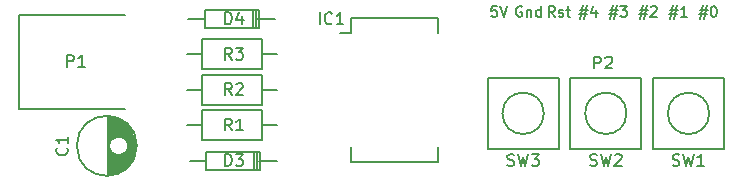
<source format=gbr>
G04 #@! TF.FileFunction,Legend,Top*
%FSLAX46Y46*%
G04 Gerber Fmt 4.6, Leading zero omitted, Abs format (unit mm)*
G04 Created by KiCad (PCBNEW 4.0.0-rc1-stable) date 3/16/2016 3:52:32 PM*
%MOMM*%
G01*
G04 APERTURE LIST*
%ADD10C,0.100000*%
%ADD11C,0.180000*%
%ADD12C,0.150000*%
G04 APERTURE END LIST*
D10*
D11*
X155248858Y-82484143D02*
X155891715Y-82484143D01*
X155506000Y-82098429D02*
X155248858Y-83255571D01*
X155806000Y-82869857D02*
X155163143Y-82869857D01*
X155548858Y-83255571D02*
X155806000Y-82098429D01*
X156363143Y-82184143D02*
X156448858Y-82184143D01*
X156534572Y-82227000D01*
X156577429Y-82269857D01*
X156620286Y-82355571D01*
X156663143Y-82527000D01*
X156663143Y-82741286D01*
X156620286Y-82912714D01*
X156577429Y-82998429D01*
X156534572Y-83041286D01*
X156448858Y-83084143D01*
X156363143Y-83084143D01*
X156277429Y-83041286D01*
X156234572Y-82998429D01*
X156191715Y-82912714D01*
X156148858Y-82741286D01*
X156148858Y-82527000D01*
X156191715Y-82355571D01*
X156234572Y-82269857D01*
X156277429Y-82227000D01*
X156363143Y-82184143D01*
X152708858Y-82484143D02*
X153351715Y-82484143D01*
X152966000Y-82098429D02*
X152708858Y-83255571D01*
X153266000Y-82869857D02*
X152623143Y-82869857D01*
X153008858Y-83255571D02*
X153266000Y-82098429D01*
X154123143Y-83084143D02*
X153608858Y-83084143D01*
X153866000Y-83084143D02*
X153866000Y-82184143D01*
X153780286Y-82312714D01*
X153694572Y-82398429D01*
X153608858Y-82441286D01*
X150168858Y-82484143D02*
X150811715Y-82484143D01*
X150426000Y-82098429D02*
X150168858Y-83255571D01*
X150726000Y-82869857D02*
X150083143Y-82869857D01*
X150468858Y-83255571D02*
X150726000Y-82098429D01*
X151068858Y-82269857D02*
X151111715Y-82227000D01*
X151197429Y-82184143D01*
X151411715Y-82184143D01*
X151497429Y-82227000D01*
X151540286Y-82269857D01*
X151583143Y-82355571D01*
X151583143Y-82441286D01*
X151540286Y-82569857D01*
X151026000Y-83084143D01*
X151583143Y-83084143D01*
X147628858Y-82484143D02*
X148271715Y-82484143D01*
X147886000Y-82098429D02*
X147628858Y-83255571D01*
X148186000Y-82869857D02*
X147543143Y-82869857D01*
X147928858Y-83255571D02*
X148186000Y-82098429D01*
X148486000Y-82184143D02*
X149043143Y-82184143D01*
X148743143Y-82527000D01*
X148871715Y-82527000D01*
X148957429Y-82569857D01*
X149000286Y-82612714D01*
X149043143Y-82698429D01*
X149043143Y-82912714D01*
X149000286Y-82998429D01*
X148957429Y-83041286D01*
X148871715Y-83084143D01*
X148614572Y-83084143D01*
X148528858Y-83041286D01*
X148486000Y-82998429D01*
X145088858Y-82484143D02*
X145731715Y-82484143D01*
X145346000Y-82098429D02*
X145088858Y-83255571D01*
X145646000Y-82869857D02*
X145003143Y-82869857D01*
X145388858Y-83255571D02*
X145646000Y-82098429D01*
X146417429Y-82484143D02*
X146417429Y-83084143D01*
X146203143Y-82141286D02*
X145988858Y-82784143D01*
X146546000Y-82784143D01*
X142913143Y-83084143D02*
X142613143Y-82655571D01*
X142398858Y-83084143D02*
X142398858Y-82184143D01*
X142741715Y-82184143D01*
X142827429Y-82227000D01*
X142870286Y-82269857D01*
X142913143Y-82355571D01*
X142913143Y-82484143D01*
X142870286Y-82569857D01*
X142827429Y-82612714D01*
X142741715Y-82655571D01*
X142398858Y-82655571D01*
X143256001Y-83041286D02*
X143341715Y-83084143D01*
X143513143Y-83084143D01*
X143598858Y-83041286D01*
X143641715Y-82955571D01*
X143641715Y-82912714D01*
X143598858Y-82827000D01*
X143513143Y-82784143D01*
X143384572Y-82784143D01*
X143298858Y-82741286D01*
X143256001Y-82655571D01*
X143256001Y-82612714D01*
X143298858Y-82527000D01*
X143384572Y-82484143D01*
X143513143Y-82484143D01*
X143598858Y-82527000D01*
X143898857Y-82484143D02*
X144241714Y-82484143D01*
X144027429Y-82184143D02*
X144027429Y-82955571D01*
X144070286Y-83041286D01*
X144156000Y-83084143D01*
X144241714Y-83084143D01*
X140137428Y-82227000D02*
X140051714Y-82184143D01*
X139923143Y-82184143D01*
X139794571Y-82227000D01*
X139708857Y-82312714D01*
X139666000Y-82398429D01*
X139623143Y-82569857D01*
X139623143Y-82698429D01*
X139666000Y-82869857D01*
X139708857Y-82955571D01*
X139794571Y-83041286D01*
X139923143Y-83084143D01*
X140008857Y-83084143D01*
X140137428Y-83041286D01*
X140180285Y-82998429D01*
X140180285Y-82698429D01*
X140008857Y-82698429D01*
X140566000Y-82484143D02*
X140566000Y-83084143D01*
X140566000Y-82569857D02*
X140608857Y-82527000D01*
X140694571Y-82484143D01*
X140823143Y-82484143D01*
X140908857Y-82527000D01*
X140951714Y-82612714D01*
X140951714Y-83084143D01*
X141766000Y-83084143D02*
X141766000Y-82184143D01*
X141766000Y-83041286D02*
X141680286Y-83084143D01*
X141508857Y-83084143D01*
X141423143Y-83041286D01*
X141380286Y-82998429D01*
X141337429Y-82912714D01*
X141337429Y-82655571D01*
X141380286Y-82569857D01*
X141423143Y-82527000D01*
X141508857Y-82484143D01*
X141680286Y-82484143D01*
X141766000Y-82527000D01*
X138004571Y-82184143D02*
X137576000Y-82184143D01*
X137533143Y-82612714D01*
X137576000Y-82569857D01*
X137661714Y-82527000D01*
X137876000Y-82527000D01*
X137961714Y-82569857D01*
X138004571Y-82612714D01*
X138047428Y-82698429D01*
X138047428Y-82912714D01*
X138004571Y-82998429D01*
X137961714Y-83041286D01*
X137876000Y-83084143D01*
X137661714Y-83084143D01*
X137576000Y-83041286D01*
X137533143Y-82998429D01*
X138304571Y-82184143D02*
X138604571Y-83084143D01*
X138904571Y-82184143D01*
D12*
X125685000Y-83145000D02*
X125685000Y-84415000D01*
X133035000Y-83145000D02*
X133035000Y-84415000D01*
X133035000Y-95355000D02*
X133035000Y-94085000D01*
X125685000Y-95355000D02*
X125685000Y-94085000D01*
X125685000Y-83145000D02*
X133035000Y-83145000D01*
X125685000Y-95355000D02*
X133035000Y-95355000D01*
X125685000Y-84415000D02*
X124750000Y-84415000D01*
X105075000Y-91501000D02*
X105075000Y-96499000D01*
X105215000Y-91509000D02*
X105215000Y-93846000D01*
X105215000Y-94154000D02*
X105215000Y-96491000D01*
X105355000Y-91525000D02*
X105355000Y-93527000D01*
X105355000Y-94473000D02*
X105355000Y-96475000D01*
X105495000Y-91549000D02*
X105495000Y-93380000D01*
X105495000Y-94620000D02*
X105495000Y-96451000D01*
X105635000Y-91582000D02*
X105635000Y-93288000D01*
X105635000Y-94712000D02*
X105635000Y-96418000D01*
X105775000Y-91623000D02*
X105775000Y-93232000D01*
X105775000Y-94768000D02*
X105775000Y-96377000D01*
X105915000Y-91673000D02*
X105915000Y-93205000D01*
X105915000Y-94795000D02*
X105915000Y-96327000D01*
X106055000Y-91734000D02*
X106055000Y-93202000D01*
X106055000Y-94798000D02*
X106055000Y-96266000D01*
X106195000Y-91804000D02*
X106195000Y-93224000D01*
X106195000Y-94776000D02*
X106195000Y-96196000D01*
X106335000Y-91886000D02*
X106335000Y-93274000D01*
X106335000Y-94726000D02*
X106335000Y-96114000D01*
X106475000Y-91981000D02*
X106475000Y-93356000D01*
X106475000Y-94644000D02*
X106475000Y-96019000D01*
X106615000Y-92092000D02*
X106615000Y-93488000D01*
X106615000Y-94512000D02*
X106615000Y-95908000D01*
X106755000Y-92220000D02*
X106755000Y-93735000D01*
X106755000Y-94265000D02*
X106755000Y-95780000D01*
X106895000Y-92369000D02*
X106895000Y-95631000D01*
X107035000Y-92548000D02*
X107035000Y-95452000D01*
X107175000Y-92767000D02*
X107175000Y-95233000D01*
X107315000Y-93056000D02*
X107315000Y-94944000D01*
X107455000Y-93528000D02*
X107455000Y-94472000D01*
X106800000Y-94000000D02*
G75*
G03X106800000Y-94000000I-800000J0D01*
G01*
X107537500Y-94000000D02*
G75*
G03X107537500Y-94000000I-2537500J0D01*
G01*
X113414000Y-95250000D02*
X112017000Y-95250000D01*
X117859000Y-95250000D02*
X119383000Y-95250000D01*
X117478000Y-96012000D02*
X117478000Y-94488000D01*
X117732000Y-96012000D02*
X117732000Y-94488000D01*
X117986000Y-95250000D02*
X117986000Y-94488000D01*
X117986000Y-94488000D02*
X113414000Y-94488000D01*
X113414000Y-94488000D02*
X113414000Y-96012000D01*
X113414000Y-96012000D02*
X117986000Y-96012000D01*
X117986000Y-96012000D02*
X117986000Y-95250000D01*
X113294000Y-83250000D02*
X111897000Y-83250000D01*
X117739000Y-83250000D02*
X119263000Y-83250000D01*
X117358000Y-84012000D02*
X117358000Y-82488000D01*
X117612000Y-84012000D02*
X117612000Y-82488000D01*
X117866000Y-83250000D02*
X117866000Y-82488000D01*
X117866000Y-82488000D02*
X113294000Y-82488000D01*
X113294000Y-82488000D02*
X113294000Y-84012000D01*
X113294000Y-84012000D02*
X117866000Y-84012000D01*
X117866000Y-84012000D02*
X117866000Y-83250000D01*
X118120000Y-93520000D02*
X113040000Y-93520000D01*
X113040000Y-93520000D02*
X113040000Y-90980000D01*
X113040000Y-90980000D02*
X118120000Y-90980000D01*
X118120000Y-90980000D02*
X118120000Y-93520000D01*
X118120000Y-92250000D02*
X119390000Y-92250000D01*
X113040000Y-92250000D02*
X111770000Y-92250000D01*
X118120000Y-90520000D02*
X113040000Y-90520000D01*
X113040000Y-90520000D02*
X113040000Y-87980000D01*
X113040000Y-87980000D02*
X118120000Y-87980000D01*
X118120000Y-87980000D02*
X118120000Y-90520000D01*
X118120000Y-89250000D02*
X119390000Y-89250000D01*
X113040000Y-89250000D02*
X111770000Y-89250000D01*
X118120000Y-87520000D02*
X113040000Y-87520000D01*
X113040000Y-87520000D02*
X113040000Y-84980000D01*
X113040000Y-84980000D02*
X118120000Y-84980000D01*
X118120000Y-84980000D02*
X118120000Y-87520000D01*
X118120000Y-86250000D02*
X119390000Y-86250000D01*
X113040000Y-86250000D02*
X111770000Y-86250000D01*
X156000000Y-91250000D02*
G75*
G03X156000000Y-91250000I-1750000J0D01*
G01*
X151250000Y-94250000D02*
X157250000Y-94250000D01*
X157250000Y-88250000D02*
X157250000Y-94250000D01*
X151250000Y-88250000D02*
X157250000Y-88250000D01*
X151250000Y-94250000D02*
X151250000Y-88250000D01*
X149000000Y-91250000D02*
G75*
G03X149000000Y-91250000I-1750000J0D01*
G01*
X144250000Y-94250000D02*
X150250000Y-94250000D01*
X150250000Y-88250000D02*
X150250000Y-94250000D01*
X144250000Y-88250000D02*
X150250000Y-88250000D01*
X144250000Y-94250000D02*
X144250000Y-88250000D01*
X142000000Y-91250000D02*
G75*
G03X142000000Y-91250000I-1750000J0D01*
G01*
X137250000Y-94250000D02*
X143250000Y-94250000D01*
X143250000Y-88250000D02*
X143250000Y-94250000D01*
X137250000Y-88250000D02*
X143250000Y-88250000D01*
X137250000Y-94250000D02*
X137250000Y-88250000D01*
X97530000Y-90890000D02*
X106530000Y-90890000D01*
X97530000Y-82890000D02*
X97530000Y-90890000D01*
X106530000Y-82890000D02*
X97530000Y-82890000D01*
X123023810Y-83702381D02*
X123023810Y-82702381D01*
X124071429Y-83607143D02*
X124023810Y-83654762D01*
X123880953Y-83702381D01*
X123785715Y-83702381D01*
X123642857Y-83654762D01*
X123547619Y-83559524D01*
X123500000Y-83464286D01*
X123452381Y-83273810D01*
X123452381Y-83130952D01*
X123500000Y-82940476D01*
X123547619Y-82845238D01*
X123642857Y-82750000D01*
X123785715Y-82702381D01*
X123880953Y-82702381D01*
X124023810Y-82750000D01*
X124071429Y-82797619D01*
X125023810Y-83702381D02*
X124452381Y-83702381D01*
X124738095Y-83702381D02*
X124738095Y-82702381D01*
X124642857Y-82845238D01*
X124547619Y-82940476D01*
X124452381Y-82988095D01*
X146261905Y-87452381D02*
X146261905Y-86452381D01*
X146642858Y-86452381D01*
X146738096Y-86500000D01*
X146785715Y-86547619D01*
X146833334Y-86642857D01*
X146833334Y-86785714D01*
X146785715Y-86880952D01*
X146738096Y-86928571D01*
X146642858Y-86976190D01*
X146261905Y-86976190D01*
X147214286Y-86547619D02*
X147261905Y-86500000D01*
X147357143Y-86452381D01*
X147595239Y-86452381D01*
X147690477Y-86500000D01*
X147738096Y-86547619D01*
X147785715Y-86642857D01*
X147785715Y-86738095D01*
X147738096Y-86880952D01*
X147166667Y-87452381D01*
X147785715Y-87452381D01*
X101607143Y-94166666D02*
X101654762Y-94214285D01*
X101702381Y-94357142D01*
X101702381Y-94452380D01*
X101654762Y-94595238D01*
X101559524Y-94690476D01*
X101464286Y-94738095D01*
X101273810Y-94785714D01*
X101130952Y-94785714D01*
X100940476Y-94738095D01*
X100845238Y-94690476D01*
X100750000Y-94595238D01*
X100702381Y-94452380D01*
X100702381Y-94357142D01*
X100750000Y-94214285D01*
X100797619Y-94166666D01*
X101702381Y-93214285D02*
X101702381Y-93785714D01*
X101702381Y-93500000D02*
X100702381Y-93500000D01*
X100845238Y-93595238D01*
X100940476Y-93690476D01*
X100988095Y-93785714D01*
X115011905Y-95702381D02*
X115011905Y-94702381D01*
X115250000Y-94702381D01*
X115392858Y-94750000D01*
X115488096Y-94845238D01*
X115535715Y-94940476D01*
X115583334Y-95130952D01*
X115583334Y-95273810D01*
X115535715Y-95464286D01*
X115488096Y-95559524D01*
X115392858Y-95654762D01*
X115250000Y-95702381D01*
X115011905Y-95702381D01*
X115916667Y-94702381D02*
X116535715Y-94702381D01*
X116202381Y-95083333D01*
X116345239Y-95083333D01*
X116440477Y-95130952D01*
X116488096Y-95178571D01*
X116535715Y-95273810D01*
X116535715Y-95511905D01*
X116488096Y-95607143D01*
X116440477Y-95654762D01*
X116345239Y-95702381D01*
X116059524Y-95702381D01*
X115964286Y-95654762D01*
X115916667Y-95607143D01*
X115011905Y-83692381D02*
X115011905Y-82692381D01*
X115250000Y-82692381D01*
X115392858Y-82740000D01*
X115488096Y-82835238D01*
X115535715Y-82930476D01*
X115583334Y-83120952D01*
X115583334Y-83263810D01*
X115535715Y-83454286D01*
X115488096Y-83549524D01*
X115392858Y-83644762D01*
X115250000Y-83692381D01*
X115011905Y-83692381D01*
X116440477Y-83025714D02*
X116440477Y-83692381D01*
X116202381Y-82644762D02*
X115964286Y-83359048D01*
X116583334Y-83359048D01*
X115583334Y-92702381D02*
X115250000Y-92226190D01*
X115011905Y-92702381D02*
X115011905Y-91702381D01*
X115392858Y-91702381D01*
X115488096Y-91750000D01*
X115535715Y-91797619D01*
X115583334Y-91892857D01*
X115583334Y-92035714D01*
X115535715Y-92130952D01*
X115488096Y-92178571D01*
X115392858Y-92226190D01*
X115011905Y-92226190D01*
X116535715Y-92702381D02*
X115964286Y-92702381D01*
X116250000Y-92702381D02*
X116250000Y-91702381D01*
X116154762Y-91845238D01*
X116059524Y-91940476D01*
X115964286Y-91988095D01*
X115583334Y-89702381D02*
X115250000Y-89226190D01*
X115011905Y-89702381D02*
X115011905Y-88702381D01*
X115392858Y-88702381D01*
X115488096Y-88750000D01*
X115535715Y-88797619D01*
X115583334Y-88892857D01*
X115583334Y-89035714D01*
X115535715Y-89130952D01*
X115488096Y-89178571D01*
X115392858Y-89226190D01*
X115011905Y-89226190D01*
X115964286Y-88797619D02*
X116011905Y-88750000D01*
X116107143Y-88702381D01*
X116345239Y-88702381D01*
X116440477Y-88750000D01*
X116488096Y-88797619D01*
X116535715Y-88892857D01*
X116535715Y-88988095D01*
X116488096Y-89130952D01*
X115916667Y-89702381D01*
X116535715Y-89702381D01*
X115583334Y-86702381D02*
X115250000Y-86226190D01*
X115011905Y-86702381D02*
X115011905Y-85702381D01*
X115392858Y-85702381D01*
X115488096Y-85750000D01*
X115535715Y-85797619D01*
X115583334Y-85892857D01*
X115583334Y-86035714D01*
X115535715Y-86130952D01*
X115488096Y-86178571D01*
X115392858Y-86226190D01*
X115011905Y-86226190D01*
X115916667Y-85702381D02*
X116535715Y-85702381D01*
X116202381Y-86083333D01*
X116345239Y-86083333D01*
X116440477Y-86130952D01*
X116488096Y-86178571D01*
X116535715Y-86273810D01*
X116535715Y-86511905D01*
X116488096Y-86607143D01*
X116440477Y-86654762D01*
X116345239Y-86702381D01*
X116059524Y-86702381D01*
X115964286Y-86654762D01*
X115916667Y-86607143D01*
X152916667Y-95654762D02*
X153059524Y-95702381D01*
X153297620Y-95702381D01*
X153392858Y-95654762D01*
X153440477Y-95607143D01*
X153488096Y-95511905D01*
X153488096Y-95416667D01*
X153440477Y-95321429D01*
X153392858Y-95273810D01*
X153297620Y-95226190D01*
X153107143Y-95178571D01*
X153011905Y-95130952D01*
X152964286Y-95083333D01*
X152916667Y-94988095D01*
X152916667Y-94892857D01*
X152964286Y-94797619D01*
X153011905Y-94750000D01*
X153107143Y-94702381D01*
X153345239Y-94702381D01*
X153488096Y-94750000D01*
X153821429Y-94702381D02*
X154059524Y-95702381D01*
X154250001Y-94988095D01*
X154440477Y-95702381D01*
X154678572Y-94702381D01*
X155583334Y-95702381D02*
X155011905Y-95702381D01*
X155297619Y-95702381D02*
X155297619Y-94702381D01*
X155202381Y-94845238D01*
X155107143Y-94940476D01*
X155011905Y-94988095D01*
X145916667Y-95654762D02*
X146059524Y-95702381D01*
X146297620Y-95702381D01*
X146392858Y-95654762D01*
X146440477Y-95607143D01*
X146488096Y-95511905D01*
X146488096Y-95416667D01*
X146440477Y-95321429D01*
X146392858Y-95273810D01*
X146297620Y-95226190D01*
X146107143Y-95178571D01*
X146011905Y-95130952D01*
X145964286Y-95083333D01*
X145916667Y-94988095D01*
X145916667Y-94892857D01*
X145964286Y-94797619D01*
X146011905Y-94750000D01*
X146107143Y-94702381D01*
X146345239Y-94702381D01*
X146488096Y-94750000D01*
X146821429Y-94702381D02*
X147059524Y-95702381D01*
X147250001Y-94988095D01*
X147440477Y-95702381D01*
X147678572Y-94702381D01*
X148011905Y-94797619D02*
X148059524Y-94750000D01*
X148154762Y-94702381D01*
X148392858Y-94702381D01*
X148488096Y-94750000D01*
X148535715Y-94797619D01*
X148583334Y-94892857D01*
X148583334Y-94988095D01*
X148535715Y-95130952D01*
X147964286Y-95702381D01*
X148583334Y-95702381D01*
X138916667Y-95654762D02*
X139059524Y-95702381D01*
X139297620Y-95702381D01*
X139392858Y-95654762D01*
X139440477Y-95607143D01*
X139488096Y-95511905D01*
X139488096Y-95416667D01*
X139440477Y-95321429D01*
X139392858Y-95273810D01*
X139297620Y-95226190D01*
X139107143Y-95178571D01*
X139011905Y-95130952D01*
X138964286Y-95083333D01*
X138916667Y-94988095D01*
X138916667Y-94892857D01*
X138964286Y-94797619D01*
X139011905Y-94750000D01*
X139107143Y-94702381D01*
X139345239Y-94702381D01*
X139488096Y-94750000D01*
X139821429Y-94702381D02*
X140059524Y-95702381D01*
X140250001Y-94988095D01*
X140440477Y-95702381D01*
X140678572Y-94702381D01*
X140964286Y-94702381D02*
X141583334Y-94702381D01*
X141250000Y-95083333D01*
X141392858Y-95083333D01*
X141488096Y-95130952D01*
X141535715Y-95178571D01*
X141583334Y-95273810D01*
X141583334Y-95511905D01*
X141535715Y-95607143D01*
X141488096Y-95654762D01*
X141392858Y-95702381D01*
X141107143Y-95702381D01*
X141011905Y-95654762D01*
X140964286Y-95607143D01*
X101621905Y-87312381D02*
X101621905Y-86312381D01*
X102002858Y-86312381D01*
X102098096Y-86360000D01*
X102145715Y-86407619D01*
X102193334Y-86502857D01*
X102193334Y-86645714D01*
X102145715Y-86740952D01*
X102098096Y-86788571D01*
X102002858Y-86836190D01*
X101621905Y-86836190D01*
X103145715Y-87312381D02*
X102574286Y-87312381D01*
X102860000Y-87312381D02*
X102860000Y-86312381D01*
X102764762Y-86455238D01*
X102669524Y-86550476D01*
X102574286Y-86598095D01*
M02*

</source>
